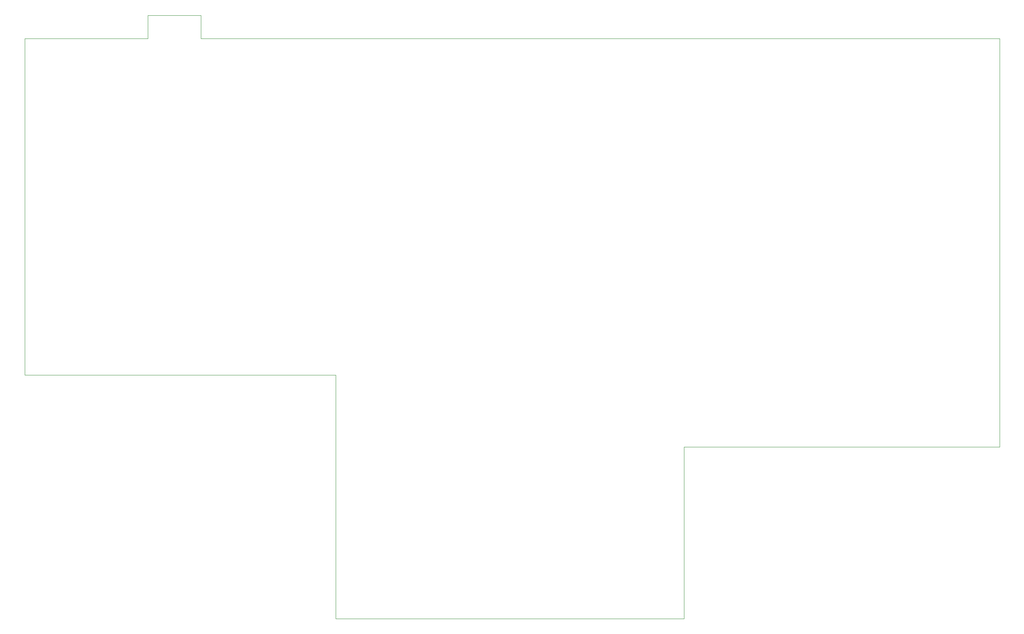
<source format=gbr>
%TF.GenerationSoftware,KiCad,Pcbnew,8.0.4*%
%TF.CreationDate,2024-07-22T23:57:25-07:00*%
%TF.ProjectId,leverless_controlller,6c657665-726c-4657-9373-5f636f6e7472,rev?*%
%TF.SameCoordinates,Original*%
%TF.FileFunction,Profile,NP*%
%FSLAX46Y46*%
G04 Gerber Fmt 4.6, Leading zero omitted, Abs format (unit mm)*
G04 Created by KiCad (PCBNEW 8.0.4) date 2024-07-22 23:57:25*
%MOMM*%
%LPD*%
G01*
G04 APERTURE LIST*
%TA.AperFunction,Profile*%
%ADD10C,0.100000*%
%TD*%
G04 APERTURE END LIST*
D10*
X254000000Y-25000000D02*
X254000000Y-113000000D01*
X254000000Y-113000000D02*
X186000000Y-113000000D01*
X44000000Y-97500000D02*
X111000000Y-97500000D01*
X111000000Y-149985876D02*
X186000151Y-149985876D01*
X82000000Y-25000000D02*
X82000000Y-20000000D01*
X82000000Y-20000000D02*
X70500000Y-20000000D01*
X139500000Y-25000000D02*
X82000000Y-25000000D01*
X70500000Y-20000000D02*
X70500000Y-25000000D01*
X186000151Y-149985876D02*
X186000000Y-113000000D01*
X254000000Y-25000000D02*
X139500000Y-25000000D01*
X111000000Y-97500000D02*
X111000000Y-149985876D01*
X70500000Y-25000000D02*
X44000000Y-25000000D01*
X44000000Y-25000000D02*
X44000000Y-97500000D01*
M02*

</source>
